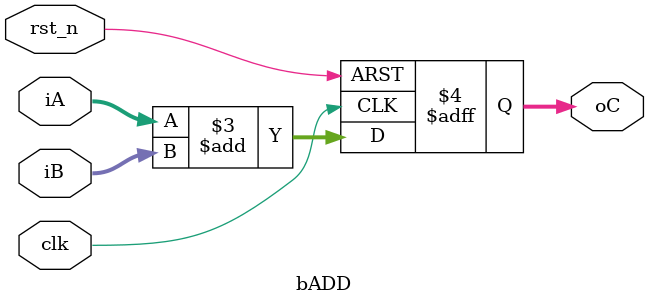
<source format=sv>
`define DATAWD 8

module bADD (
    input logic clk,    // Clock
    input logic rst_n,  // Asynchronous reset active low
    input logic [`DATAWD-1:0] iA,
    input logic [`DATAWD-1:0] iB,
    output logic [`DATAWD:0] oC
);
    logic [`DATAWD-1:0] iA_buf;
    logic [`DATAWD-1:0] iB_buf;

    always_ff @(posedge clk or negedge rst_n) begin : proc_oC
        if(~rst_n) begin
            oC <= 0;
        end else begin
            oC <= iA + iB;
        end
    end

endmodule
</source>
